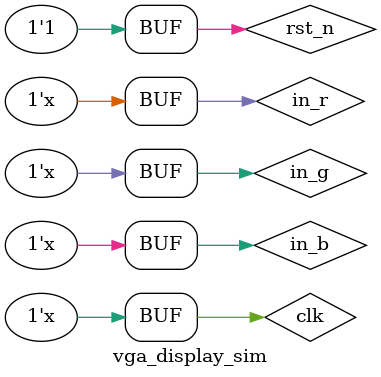
<source format=v>
`timescale 1ps / 1ps

module vga_display_sim();
reg clk, rst_n, in_r, in_g, in_b;
wire out_r, out_g, out_b;
wire h_sync, v_sync;
vga_display sim(clk, rst_n, in_r, in_g, in_b, out_r, out_g, out_b, h_sync, v_sync);

initial 
begin
    clk = 0;
    rst_n = 0;
    {in_r, in_g, in_b} = 3'b000;
    #10 rst_n = 1;
end
always #5 clk = ~clk;
always #2 {in_r, in_g, in_b} = {in_r, in_g, in_b} + 1;
endmodule

</source>
